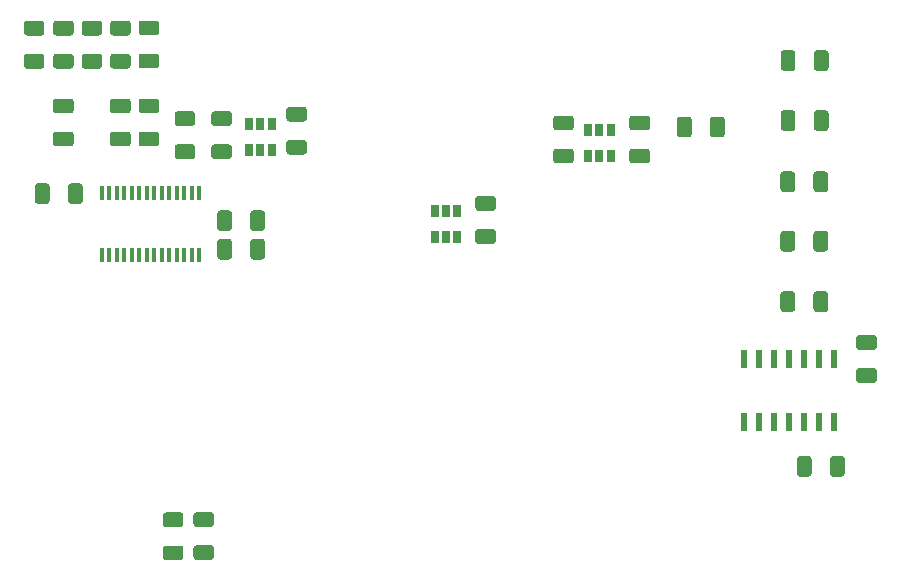
<source format=gtp>
G04 #@! TF.GenerationSoftware,KiCad,Pcbnew,(5.1.6)-1*
G04 #@! TF.CreationDate,2021-03-14T20:17:39+01:00*
G04 #@! TF.ProjectId,ErgoDOX,4572676f-444f-4582-9e6b-696361645f70,rev?*
G04 #@! TF.SameCoordinates,Original*
G04 #@! TF.FileFunction,Paste,Top*
G04 #@! TF.FilePolarity,Positive*
%FSLAX46Y46*%
G04 Gerber Fmt 4.6, Leading zero omitted, Abs format (unit mm)*
G04 Created by KiCad (PCBNEW (5.1.6)-1) date 2021-03-14 20:17:39*
%MOMM*%
%LPD*%
G01*
G04 APERTURE LIST*
%ADD10R,0.650000X1.060000*%
%ADD11R,0.400000X1.200000*%
%ADD12R,0.600000X1.500000*%
G04 APERTURE END LIST*
G36*
G01*
X72805280Y-72394589D02*
X74055280Y-72394589D01*
G75*
G02*
X74305280Y-72644589I0J-250000D01*
G01*
X74305280Y-73394589D01*
G75*
G02*
X74055280Y-73644589I-250000J0D01*
G01*
X72805280Y-73644589D01*
G75*
G02*
X72555280Y-73394589I0J250000D01*
G01*
X72555280Y-72644589D01*
G75*
G02*
X72805280Y-72394589I250000J0D01*
G01*
G37*
G36*
G01*
X72805280Y-75194589D02*
X74055280Y-75194589D01*
G75*
G02*
X74305280Y-75444589I0J-250000D01*
G01*
X74305280Y-76194589D01*
G75*
G02*
X74055280Y-76444589I-250000J0D01*
G01*
X72805280Y-76444589D01*
G75*
G02*
X72555280Y-76194589I0J250000D01*
G01*
X72555280Y-75444589D01*
G75*
G02*
X72805280Y-75194589I250000J0D01*
G01*
G37*
G36*
G01*
X75396080Y-72372189D02*
X76646080Y-72372189D01*
G75*
G02*
X76896080Y-72622189I0J-250000D01*
G01*
X76896080Y-73372189D01*
G75*
G02*
X76646080Y-73622189I-250000J0D01*
G01*
X75396080Y-73622189D01*
G75*
G02*
X75146080Y-73372189I0J250000D01*
G01*
X75146080Y-72622189D01*
G75*
G02*
X75396080Y-72372189I250000J0D01*
G01*
G37*
G36*
G01*
X75396080Y-75172189D02*
X76646080Y-75172189D01*
G75*
G02*
X76896080Y-75422189I0J-250000D01*
G01*
X76896080Y-76172189D01*
G75*
G02*
X76646080Y-76422189I-250000J0D01*
G01*
X75396080Y-76422189D01*
G75*
G02*
X75146080Y-76172189I0J250000D01*
G01*
X75146080Y-75422189D01*
G75*
G02*
X75396080Y-75172189I250000J0D01*
G01*
G37*
D10*
X97470000Y-46906000D03*
X96520000Y-46906000D03*
X95570000Y-46906000D03*
X95570000Y-49106000D03*
X97470000Y-49106000D03*
X96520000Y-49106000D03*
G36*
G01*
X75047000Y-39674500D02*
X73797000Y-39674500D01*
G75*
G02*
X73547000Y-39424500I0J250000D01*
G01*
X73547000Y-38674500D01*
G75*
G02*
X73797000Y-38424500I250000J0D01*
G01*
X75047000Y-38424500D01*
G75*
G02*
X75297000Y-38674500I0J-250000D01*
G01*
X75297000Y-39424500D01*
G75*
G02*
X75047000Y-39674500I-250000J0D01*
G01*
G37*
G36*
G01*
X75047000Y-42474500D02*
X73797000Y-42474500D01*
G75*
G02*
X73547000Y-42224500I0J250000D01*
G01*
X73547000Y-41474500D01*
G75*
G02*
X73797000Y-41224500I250000J0D01*
G01*
X75047000Y-41224500D01*
G75*
G02*
X75297000Y-41474500I0J-250000D01*
G01*
X75297000Y-42224500D01*
G75*
G02*
X75047000Y-42474500I-250000J0D01*
G01*
G37*
D11*
X67374675Y-50583866D03*
X68009675Y-50583866D03*
X68644675Y-50583866D03*
X69279675Y-50583866D03*
X69914675Y-50583866D03*
X70549675Y-50583866D03*
X71184675Y-50583866D03*
X71819675Y-50583866D03*
X72454675Y-50583866D03*
X73089675Y-50583866D03*
X73724675Y-50583866D03*
X74359675Y-50583866D03*
X74994675Y-50583866D03*
X75629675Y-50583866D03*
X75629675Y-45383866D03*
X74994675Y-45383866D03*
X74359675Y-45383866D03*
X73724675Y-45383866D03*
X73089675Y-45383866D03*
X72454675Y-45383866D03*
X71819675Y-45383866D03*
X71184675Y-45383866D03*
X70549675Y-45383866D03*
X69914675Y-45383866D03*
X69279675Y-45383866D03*
X68644675Y-45383866D03*
X68009675Y-45383866D03*
X67374675Y-45383866D03*
G36*
G01*
X65776000Y-44777500D02*
X65776000Y-46027500D01*
G75*
G02*
X65526000Y-46277500I-250000J0D01*
G01*
X64776000Y-46277500D01*
G75*
G02*
X64526000Y-46027500I0J250000D01*
G01*
X64526000Y-44777500D01*
G75*
G02*
X64776000Y-44527500I250000J0D01*
G01*
X65526000Y-44527500D01*
G75*
G02*
X65776000Y-44777500I0J-250000D01*
G01*
G37*
G36*
G01*
X62976000Y-44777500D02*
X62976000Y-46027500D01*
G75*
G02*
X62726000Y-46277500I-250000J0D01*
G01*
X61976000Y-46277500D01*
G75*
G02*
X61726000Y-46027500I0J250000D01*
G01*
X61726000Y-44777500D01*
G75*
G02*
X61976000Y-44527500I250000J0D01*
G01*
X62726000Y-44527500D01*
G75*
G02*
X62976000Y-44777500I0J-250000D01*
G01*
G37*
G36*
G01*
X100510500Y-49653000D02*
X99260500Y-49653000D01*
G75*
G02*
X99010500Y-49403000I0J250000D01*
G01*
X99010500Y-48653000D01*
G75*
G02*
X99260500Y-48403000I250000J0D01*
G01*
X100510500Y-48403000D01*
G75*
G02*
X100760500Y-48653000I0J-250000D01*
G01*
X100760500Y-49403000D01*
G75*
G02*
X100510500Y-49653000I-250000J0D01*
G01*
G37*
G36*
G01*
X100510500Y-46853000D02*
X99260500Y-46853000D01*
G75*
G02*
X99010500Y-46603000I0J250000D01*
G01*
X99010500Y-45853000D01*
G75*
G02*
X99260500Y-45603000I250000J0D01*
G01*
X100510500Y-45603000D01*
G75*
G02*
X100760500Y-45853000I0J-250000D01*
G01*
X100760500Y-46603000D01*
G75*
G02*
X100510500Y-46853000I-250000J0D01*
G01*
G37*
G36*
G01*
X117335000Y-39126000D02*
X117335000Y-40376000D01*
G75*
G02*
X117085000Y-40626000I-250000J0D01*
G01*
X116335000Y-40626000D01*
G75*
G02*
X116085000Y-40376000I0J250000D01*
G01*
X116085000Y-39126000D01*
G75*
G02*
X116335000Y-38876000I250000J0D01*
G01*
X117085000Y-38876000D01*
G75*
G02*
X117335000Y-39126000I0J-250000D01*
G01*
G37*
G36*
G01*
X120135000Y-39126000D02*
X120135000Y-40376000D01*
G75*
G02*
X119885000Y-40626000I-250000J0D01*
G01*
X119135000Y-40626000D01*
G75*
G02*
X118885000Y-40376000I0J250000D01*
G01*
X118885000Y-39126000D01*
G75*
G02*
X119135000Y-38876000I250000J0D01*
G01*
X119885000Y-38876000D01*
G75*
G02*
X120135000Y-39126000I0J-250000D01*
G01*
G37*
G36*
G01*
X132755800Y-61422900D02*
X131505800Y-61422900D01*
G75*
G02*
X131255800Y-61172900I0J250000D01*
G01*
X131255800Y-60422900D01*
G75*
G02*
X131505800Y-60172900I250000J0D01*
G01*
X132755800Y-60172900D01*
G75*
G02*
X133005800Y-60422900I0J-250000D01*
G01*
X133005800Y-61172900D01*
G75*
G02*
X132755800Y-61422900I-250000J0D01*
G01*
G37*
G36*
G01*
X132755800Y-58622900D02*
X131505800Y-58622900D01*
G75*
G02*
X131255800Y-58372900I0J250000D01*
G01*
X131255800Y-57622900D01*
G75*
G02*
X131505800Y-57372900I250000J0D01*
G01*
X132755800Y-57372900D01*
G75*
G02*
X133005800Y-57622900I0J-250000D01*
G01*
X133005800Y-58372900D01*
G75*
G02*
X132755800Y-58622900I-250000J0D01*
G01*
G37*
G36*
G01*
X77159500Y-50726500D02*
X77159500Y-49476500D01*
G75*
G02*
X77409500Y-49226500I250000J0D01*
G01*
X78159500Y-49226500D01*
G75*
G02*
X78409500Y-49476500I0J-250000D01*
G01*
X78409500Y-50726500D01*
G75*
G02*
X78159500Y-50976500I-250000J0D01*
G01*
X77409500Y-50976500D01*
G75*
G02*
X77159500Y-50726500I0J250000D01*
G01*
G37*
G36*
G01*
X79959500Y-50726500D02*
X79959500Y-49476500D01*
G75*
G02*
X80209500Y-49226500I250000J0D01*
G01*
X80959500Y-49226500D01*
G75*
G02*
X81209500Y-49476500I0J-250000D01*
G01*
X81209500Y-50726500D01*
G75*
G02*
X80959500Y-50976500I-250000J0D01*
G01*
X80209500Y-50976500D01*
G75*
G02*
X79959500Y-50726500I0J250000D01*
G01*
G37*
G36*
G01*
X68340541Y-30763094D02*
X69590541Y-30763094D01*
G75*
G02*
X69840541Y-31013094I0J-250000D01*
G01*
X69840541Y-31763094D01*
G75*
G02*
X69590541Y-32013094I-250000J0D01*
G01*
X68340541Y-32013094D01*
G75*
G02*
X68090541Y-31763094I0J250000D01*
G01*
X68090541Y-31013094D01*
G75*
G02*
X68340541Y-30763094I250000J0D01*
G01*
G37*
G36*
G01*
X68340541Y-33563094D02*
X69590541Y-33563094D01*
G75*
G02*
X69840541Y-33813094I0J-250000D01*
G01*
X69840541Y-34563094D01*
G75*
G02*
X69590541Y-34813094I-250000J0D01*
G01*
X68340541Y-34813094D01*
G75*
G02*
X68090541Y-34563094I0J250000D01*
G01*
X68090541Y-33813094D01*
G75*
G02*
X68340541Y-33563094I250000J0D01*
G01*
G37*
G36*
G01*
X67177541Y-32013094D02*
X65927541Y-32013094D01*
G75*
G02*
X65677541Y-31763094I0J250000D01*
G01*
X65677541Y-31013094D01*
G75*
G02*
X65927541Y-30763094I250000J0D01*
G01*
X67177541Y-30763094D01*
G75*
G02*
X67427541Y-31013094I0J-250000D01*
G01*
X67427541Y-31763094D01*
G75*
G02*
X67177541Y-32013094I-250000J0D01*
G01*
G37*
G36*
G01*
X67177541Y-34813094D02*
X65927541Y-34813094D01*
G75*
G02*
X65677541Y-34563094I0J250000D01*
G01*
X65677541Y-33813094D01*
G75*
G02*
X65927541Y-33563094I250000J0D01*
G01*
X67177541Y-33563094D01*
G75*
G02*
X67427541Y-33813094I0J-250000D01*
G01*
X67427541Y-34563094D01*
G75*
G02*
X67177541Y-34813094I-250000J0D01*
G01*
G37*
G36*
G01*
X63514541Y-30763094D02*
X64764541Y-30763094D01*
G75*
G02*
X65014541Y-31013094I0J-250000D01*
G01*
X65014541Y-31763094D01*
G75*
G02*
X64764541Y-32013094I-250000J0D01*
G01*
X63514541Y-32013094D01*
G75*
G02*
X63264541Y-31763094I0J250000D01*
G01*
X63264541Y-31013094D01*
G75*
G02*
X63514541Y-30763094I250000J0D01*
G01*
G37*
G36*
G01*
X63514541Y-33563094D02*
X64764541Y-33563094D01*
G75*
G02*
X65014541Y-33813094I0J-250000D01*
G01*
X65014541Y-34563094D01*
G75*
G02*
X64764541Y-34813094I-250000J0D01*
G01*
X63514541Y-34813094D01*
G75*
G02*
X63264541Y-34563094I0J250000D01*
G01*
X63264541Y-33813094D01*
G75*
G02*
X63514541Y-33563094I250000J0D01*
G01*
G37*
G36*
G01*
X62288041Y-32013094D02*
X61038041Y-32013094D01*
G75*
G02*
X60788041Y-31763094I0J250000D01*
G01*
X60788041Y-31013094D01*
G75*
G02*
X61038041Y-30763094I250000J0D01*
G01*
X62288041Y-30763094D01*
G75*
G02*
X62538041Y-31013094I0J-250000D01*
G01*
X62538041Y-31763094D01*
G75*
G02*
X62288041Y-32013094I-250000J0D01*
G01*
G37*
G36*
G01*
X62288041Y-34813094D02*
X61038041Y-34813094D01*
G75*
G02*
X60788041Y-34563094I0J250000D01*
G01*
X60788041Y-33813094D01*
G75*
G02*
X61038041Y-33563094I250000J0D01*
G01*
X62288041Y-33563094D01*
G75*
G02*
X62538041Y-33813094I0J-250000D01*
G01*
X62538041Y-34563094D01*
G75*
G02*
X62288041Y-34813094I-250000J0D01*
G01*
G37*
G36*
G01*
X70749000Y-30741000D02*
X71999000Y-30741000D01*
G75*
G02*
X72249000Y-30991000I0J-250000D01*
G01*
X72249000Y-31741000D01*
G75*
G02*
X71999000Y-31991000I-250000J0D01*
G01*
X70749000Y-31991000D01*
G75*
G02*
X70499000Y-31741000I0J250000D01*
G01*
X70499000Y-30991000D01*
G75*
G02*
X70749000Y-30741000I250000J0D01*
G01*
G37*
G36*
G01*
X70749000Y-33541000D02*
X71999000Y-33541000D01*
G75*
G02*
X72249000Y-33791000I0J-250000D01*
G01*
X72249000Y-34541000D01*
G75*
G02*
X71999000Y-34791000I-250000J0D01*
G01*
X70749000Y-34791000D01*
G75*
G02*
X70499000Y-34541000I0J250000D01*
G01*
X70499000Y-33791000D01*
G75*
G02*
X70749000Y-33541000I250000J0D01*
G01*
G37*
D12*
X129420114Y-59368455D03*
X128150114Y-59368455D03*
X126880114Y-59368455D03*
X125610114Y-59368455D03*
X124340114Y-59368455D03*
X123070114Y-59368455D03*
X121800114Y-59368455D03*
X121800114Y-64768455D03*
X123070114Y-64768455D03*
X124340114Y-64768455D03*
X125610114Y-64768455D03*
X126880114Y-64768455D03*
X128150114Y-64768455D03*
X129420114Y-64768455D03*
D10*
X79872800Y-41689200D03*
X80822800Y-41689200D03*
X81772800Y-41689200D03*
X81772800Y-39489200D03*
X79872800Y-39489200D03*
X80822800Y-39489200D03*
X109524800Y-40022600D03*
X108574800Y-40022600D03*
X110474800Y-40022600D03*
X110474800Y-42222600D03*
X109524800Y-42222600D03*
X108574800Y-42222600D03*
G36*
G01*
X68336000Y-40148000D02*
X69586000Y-40148000D01*
G75*
G02*
X69836000Y-40398000I0J-250000D01*
G01*
X69836000Y-41148000D01*
G75*
G02*
X69586000Y-41398000I-250000J0D01*
G01*
X68336000Y-41398000D01*
G75*
G02*
X68086000Y-41148000I0J250000D01*
G01*
X68086000Y-40398000D01*
G75*
G02*
X68336000Y-40148000I250000J0D01*
G01*
G37*
G36*
G01*
X68336000Y-37348000D02*
X69586000Y-37348000D01*
G75*
G02*
X69836000Y-37598000I0J-250000D01*
G01*
X69836000Y-38348000D01*
G75*
G02*
X69586000Y-38598000I-250000J0D01*
G01*
X68336000Y-38598000D01*
G75*
G02*
X68086000Y-38348000I0J250000D01*
G01*
X68086000Y-37598000D01*
G75*
G02*
X68336000Y-37348000I250000J0D01*
G01*
G37*
G36*
G01*
X83258500Y-38046500D02*
X84508500Y-38046500D01*
G75*
G02*
X84758500Y-38296500I0J-250000D01*
G01*
X84758500Y-39046500D01*
G75*
G02*
X84508500Y-39296500I-250000J0D01*
G01*
X83258500Y-39296500D01*
G75*
G02*
X83008500Y-39046500I0J250000D01*
G01*
X83008500Y-38296500D01*
G75*
G02*
X83258500Y-38046500I250000J0D01*
G01*
G37*
G36*
G01*
X83258500Y-40846498D02*
X84508500Y-40846498D01*
G75*
G02*
X84758500Y-41096498I0J-250000D01*
G01*
X84758500Y-41846498D01*
G75*
G02*
X84508500Y-42096498I-250000J0D01*
G01*
X83258500Y-42096498D01*
G75*
G02*
X83008500Y-41846498I0J250000D01*
G01*
X83008500Y-41096498D01*
G75*
G02*
X83258500Y-40846498I250000J0D01*
G01*
G37*
G36*
G01*
X70749000Y-40145000D02*
X71999000Y-40145000D01*
G75*
G02*
X72249000Y-40395000I0J-250000D01*
G01*
X72249000Y-41145000D01*
G75*
G02*
X71999000Y-41395000I-250000J0D01*
G01*
X70749000Y-41395000D01*
G75*
G02*
X70499000Y-41145000I0J250000D01*
G01*
X70499000Y-40395000D01*
G75*
G02*
X70749000Y-40145000I250000J0D01*
G01*
G37*
G36*
G01*
X70749000Y-37345000D02*
X71999000Y-37345000D01*
G75*
G02*
X72249000Y-37595000I0J-250000D01*
G01*
X72249000Y-38345000D01*
G75*
G02*
X71999000Y-38595000I-250000J0D01*
G01*
X70749000Y-38595000D01*
G75*
G02*
X70499000Y-38345000I0J250000D01*
G01*
X70499000Y-37595000D01*
G75*
G02*
X70749000Y-37345000I250000J0D01*
G01*
G37*
G36*
G01*
X76908500Y-38424501D02*
X78158500Y-38424501D01*
G75*
G02*
X78408500Y-38674501I0J-250000D01*
G01*
X78408500Y-39424501D01*
G75*
G02*
X78158500Y-39674501I-250000J0D01*
G01*
X76908500Y-39674501D01*
G75*
G02*
X76658500Y-39424501I0J250000D01*
G01*
X76658500Y-38674501D01*
G75*
G02*
X76908500Y-38424501I250000J0D01*
G01*
G37*
G36*
G01*
X76908500Y-41224499D02*
X78158500Y-41224499D01*
G75*
G02*
X78408500Y-41474499I0J-250000D01*
G01*
X78408500Y-42224499D01*
G75*
G02*
X78158500Y-42474499I-250000J0D01*
G01*
X76908500Y-42474499D01*
G75*
G02*
X76658500Y-42224499I0J250000D01*
G01*
X76658500Y-41474499D01*
G75*
G02*
X76908500Y-41224499I250000J0D01*
G01*
G37*
G36*
G01*
X112303400Y-41592800D02*
X113553400Y-41592800D01*
G75*
G02*
X113803400Y-41842800I0J-250000D01*
G01*
X113803400Y-42592800D01*
G75*
G02*
X113553400Y-42842800I-250000J0D01*
G01*
X112303400Y-42842800D01*
G75*
G02*
X112053400Y-42592800I0J250000D01*
G01*
X112053400Y-41842800D01*
G75*
G02*
X112303400Y-41592800I250000J0D01*
G01*
G37*
G36*
G01*
X112303400Y-38792800D02*
X113553400Y-38792800D01*
G75*
G02*
X113803400Y-39042800I0J-250000D01*
G01*
X113803400Y-39792800D01*
G75*
G02*
X113553400Y-40042800I-250000J0D01*
G01*
X112303400Y-40042800D01*
G75*
G02*
X112053400Y-39792800I0J250000D01*
G01*
X112053400Y-39042800D01*
G75*
G02*
X112303400Y-38792800I250000J0D01*
G01*
G37*
G36*
G01*
X105851800Y-38792800D02*
X107101800Y-38792800D01*
G75*
G02*
X107351800Y-39042800I0J-250000D01*
G01*
X107351800Y-39792800D01*
G75*
G02*
X107101800Y-40042800I-250000J0D01*
G01*
X105851800Y-40042800D01*
G75*
G02*
X105601800Y-39792800I0J250000D01*
G01*
X105601800Y-39042800D01*
G75*
G02*
X105851800Y-38792800I250000J0D01*
G01*
G37*
G36*
G01*
X105851800Y-41592800D02*
X107101800Y-41592800D01*
G75*
G02*
X107351800Y-41842800I0J-250000D01*
G01*
X107351800Y-42592800D01*
G75*
G02*
X107101800Y-42842800I-250000J0D01*
G01*
X105851800Y-42842800D01*
G75*
G02*
X105601800Y-42592800I0J250000D01*
G01*
X105601800Y-41842800D01*
G75*
G02*
X105851800Y-41592800I250000J0D01*
G01*
G37*
G36*
G01*
X79959500Y-48313500D02*
X79959500Y-47063500D01*
G75*
G02*
X80209500Y-46813500I250000J0D01*
G01*
X80959500Y-46813500D01*
G75*
G02*
X81209500Y-47063500I0J-250000D01*
G01*
X81209500Y-48313500D01*
G75*
G02*
X80959500Y-48563500I-250000J0D01*
G01*
X80209500Y-48563500D01*
G75*
G02*
X79959500Y-48313500I0J250000D01*
G01*
G37*
G36*
G01*
X77159500Y-48313500D02*
X77159500Y-47063500D01*
G75*
G02*
X77409500Y-46813500I250000J0D01*
G01*
X78159500Y-46813500D01*
G75*
G02*
X78409500Y-47063500I0J-250000D01*
G01*
X78409500Y-48313500D01*
G75*
G02*
X78159500Y-48563500I-250000J0D01*
G01*
X77409500Y-48563500D01*
G75*
G02*
X77159500Y-48313500I0J250000D01*
G01*
G37*
G36*
G01*
X63510000Y-37345000D02*
X64760000Y-37345000D01*
G75*
G02*
X65010000Y-37595000I0J-250000D01*
G01*
X65010000Y-38345000D01*
G75*
G02*
X64760000Y-38595000I-250000J0D01*
G01*
X63510000Y-38595000D01*
G75*
G02*
X63260000Y-38345000I0J250000D01*
G01*
X63260000Y-37595000D01*
G75*
G02*
X63510000Y-37345000I250000J0D01*
G01*
G37*
G36*
G01*
X63510000Y-40145000D02*
X64760000Y-40145000D01*
G75*
G02*
X65010000Y-40395000I0J-250000D01*
G01*
X65010000Y-41145000D01*
G75*
G02*
X64760000Y-41395000I-250000J0D01*
G01*
X63510000Y-41395000D01*
G75*
G02*
X63260000Y-41145000I0J250000D01*
G01*
X63260000Y-40395000D01*
G75*
G02*
X63510000Y-40145000I250000J0D01*
G01*
G37*
G36*
G01*
X127495000Y-67866100D02*
X127495000Y-69116100D01*
G75*
G02*
X127245000Y-69366100I-250000J0D01*
G01*
X126495000Y-69366100D01*
G75*
G02*
X126245000Y-69116100I0J250000D01*
G01*
X126245000Y-67866100D01*
G75*
G02*
X126495000Y-67616100I250000J0D01*
G01*
X127245000Y-67616100D01*
G75*
G02*
X127495000Y-67866100I0J-250000D01*
G01*
G37*
G36*
G01*
X130295000Y-67866100D02*
X130295000Y-69116100D01*
G75*
G02*
X130045000Y-69366100I-250000J0D01*
G01*
X129295000Y-69366100D01*
G75*
G02*
X129045000Y-69116100I0J250000D01*
G01*
X129045000Y-67866100D01*
G75*
G02*
X129295000Y-67616100I250000J0D01*
G01*
X130045000Y-67616100D01*
G75*
G02*
X130295000Y-67866100I0J-250000D01*
G01*
G37*
G36*
G01*
X128923400Y-33512600D02*
X128923400Y-34762600D01*
G75*
G02*
X128673400Y-35012600I-250000J0D01*
G01*
X127923400Y-35012600D01*
G75*
G02*
X127673400Y-34762600I0J250000D01*
G01*
X127673400Y-33512600D01*
G75*
G02*
X127923400Y-33262600I250000J0D01*
G01*
X128673400Y-33262600D01*
G75*
G02*
X128923400Y-33512600I0J-250000D01*
G01*
G37*
G36*
G01*
X126123400Y-33512600D02*
X126123400Y-34762600D01*
G75*
G02*
X125873400Y-35012600I-250000J0D01*
G01*
X125123400Y-35012600D01*
G75*
G02*
X124873400Y-34762600I0J250000D01*
G01*
X124873400Y-33512600D01*
G75*
G02*
X125123400Y-33262600I250000J0D01*
G01*
X125873400Y-33262600D01*
G75*
G02*
X126123400Y-33512600I0J-250000D01*
G01*
G37*
G36*
G01*
X126123400Y-38592600D02*
X126123400Y-39842600D01*
G75*
G02*
X125873400Y-40092600I-250000J0D01*
G01*
X125123400Y-40092600D01*
G75*
G02*
X124873400Y-39842600I0J250000D01*
G01*
X124873400Y-38592600D01*
G75*
G02*
X125123400Y-38342600I250000J0D01*
G01*
X125873400Y-38342600D01*
G75*
G02*
X126123400Y-38592600I0J-250000D01*
G01*
G37*
G36*
G01*
X128923400Y-38592600D02*
X128923400Y-39842600D01*
G75*
G02*
X128673400Y-40092600I-250000J0D01*
G01*
X127923400Y-40092600D01*
G75*
G02*
X127673400Y-39842600I0J250000D01*
G01*
X127673400Y-38592600D01*
G75*
G02*
X127923400Y-38342600I250000J0D01*
G01*
X128673400Y-38342600D01*
G75*
G02*
X128923400Y-38592600I0J-250000D01*
G01*
G37*
G36*
G01*
X128895000Y-43774200D02*
X128895000Y-45024200D01*
G75*
G02*
X128645000Y-45274200I-250000J0D01*
G01*
X127895000Y-45274200D01*
G75*
G02*
X127645000Y-45024200I0J250000D01*
G01*
X127645000Y-43774200D01*
G75*
G02*
X127895000Y-43524200I250000J0D01*
G01*
X128645000Y-43524200D01*
G75*
G02*
X128895000Y-43774200I0J-250000D01*
G01*
G37*
G36*
G01*
X126095000Y-43774200D02*
X126095000Y-45024200D01*
G75*
G02*
X125845000Y-45274200I-250000J0D01*
G01*
X125095000Y-45274200D01*
G75*
G02*
X124845000Y-45024200I0J250000D01*
G01*
X124845000Y-43774200D01*
G75*
G02*
X125095000Y-43524200I250000J0D01*
G01*
X125845000Y-43524200D01*
G75*
G02*
X126095000Y-43774200I0J-250000D01*
G01*
G37*
G36*
G01*
X126095000Y-53921500D02*
X126095000Y-55171500D01*
G75*
G02*
X125845000Y-55421500I-250000J0D01*
G01*
X125095000Y-55421500D01*
G75*
G02*
X124845000Y-55171500I0J250000D01*
G01*
X124845000Y-53921500D01*
G75*
G02*
X125095000Y-53671500I250000J0D01*
G01*
X125845000Y-53671500D01*
G75*
G02*
X126095000Y-53921500I0J-250000D01*
G01*
G37*
G36*
G01*
X128895000Y-53921500D02*
X128895000Y-55171500D01*
G75*
G02*
X128645000Y-55421500I-250000J0D01*
G01*
X127895000Y-55421500D01*
G75*
G02*
X127645000Y-55171500I0J250000D01*
G01*
X127645000Y-53921500D01*
G75*
G02*
X127895000Y-53671500I250000J0D01*
G01*
X128645000Y-53671500D01*
G75*
G02*
X128895000Y-53921500I0J-250000D01*
G01*
G37*
G36*
G01*
X128895000Y-48803400D02*
X128895000Y-50053400D01*
G75*
G02*
X128645000Y-50303400I-250000J0D01*
G01*
X127895000Y-50303400D01*
G75*
G02*
X127645000Y-50053400I0J250000D01*
G01*
X127645000Y-48803400D01*
G75*
G02*
X127895000Y-48553400I250000J0D01*
G01*
X128645000Y-48553400D01*
G75*
G02*
X128895000Y-48803400I0J-250000D01*
G01*
G37*
G36*
G01*
X126095000Y-48803400D02*
X126095000Y-50053400D01*
G75*
G02*
X125845000Y-50303400I-250000J0D01*
G01*
X125095000Y-50303400D01*
G75*
G02*
X124845000Y-50053400I0J250000D01*
G01*
X124845000Y-48803400D01*
G75*
G02*
X125095000Y-48553400I250000J0D01*
G01*
X125845000Y-48553400D01*
G75*
G02*
X126095000Y-48803400I0J-250000D01*
G01*
G37*
M02*

</source>
